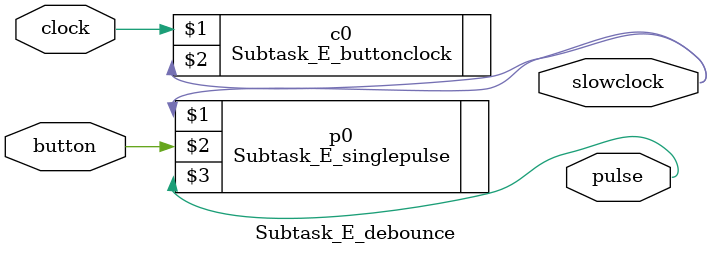
<source format=v>
`timescale 1ns / 1ps


module Subtask_E_debounce(
    input clock, button,
    output slowclock, pulse
    );
    
    Subtask_E_buttonclock c0(clock, slowclock);
    Subtask_E_singlepulse p0(slowclock, button, pulse);
endmodule

</source>
